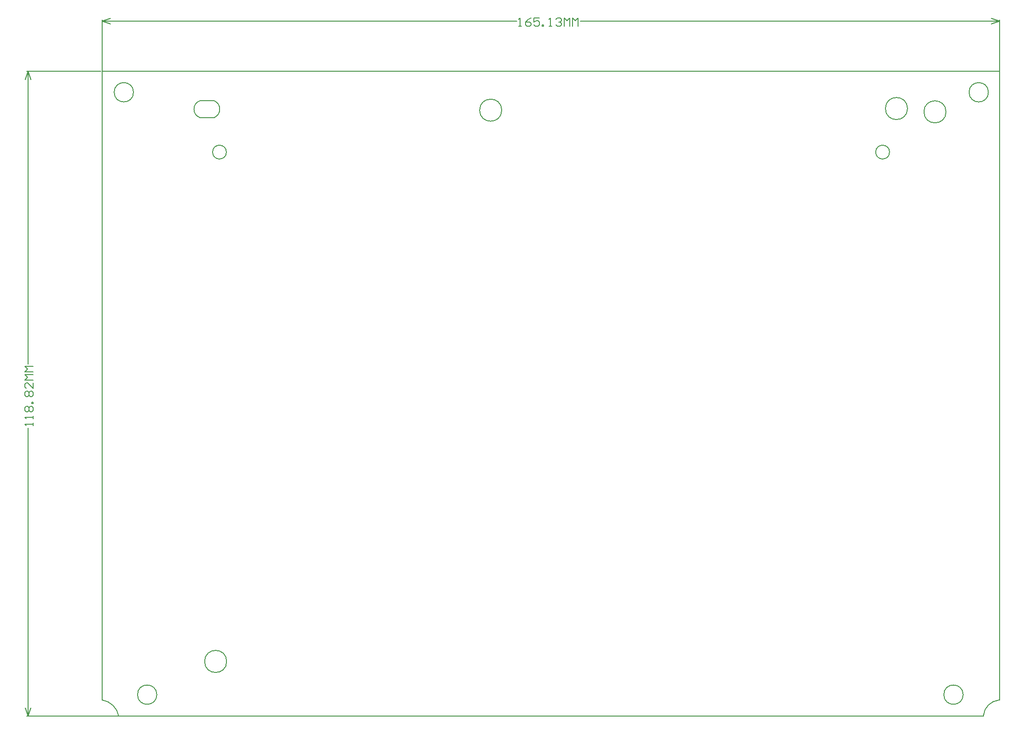
<source format=gko>
%FSLAX25Y25*%
%MOIN*%
G70*
G01*
G75*
G04 Layer_Color=16711935*
%ADD10C,0.00800*%
%ADD11O,0.11000X0.01400*%
%ADD12O,0.01400X0.11000*%
%ADD13O,0.02500X0.07300*%
%ADD14O,0.02500X0.07000*%
%ADD15O,0.07000X0.02300*%
%ADD16O,0.04500X0.01200*%
%ADD17O,0.07000X0.02500*%
G04:AMPARAMS|DCode=18|XSize=70mil|YSize=100mil|CornerRadius=17.5mil|HoleSize=0mil|Usage=FLASHONLY|Rotation=90.000|XOffset=0mil|YOffset=0mil|HoleType=Round|Shape=RoundedRectangle|*
%AMROUNDEDRECTD18*
21,1,0.07000,0.06500,0,0,90.0*
21,1,0.03500,0.10000,0,0,90.0*
1,1,0.03500,0.03250,0.01750*
1,1,0.03500,0.03250,-0.01750*
1,1,0.03500,-0.03250,-0.01750*
1,1,0.03500,-0.03250,0.01750*
%
%ADD18ROUNDEDRECTD18*%
%ADD19O,0.07000X0.01400*%
%ADD20R,0.28000X0.35000*%
G04:AMPARAMS|DCode=21|XSize=70mil|YSize=165mil|CornerRadius=0mil|HoleSize=0mil|Usage=FLASHONLY|Rotation=90.000|XOffset=0mil|YOffset=0mil|HoleType=Round|Shape=Octagon|*
%AMOCTAGOND21*
4,1,8,-0.08250,-0.01750,-0.08250,0.01750,-0.06500,0.03500,0.06500,0.03500,0.08250,0.01750,0.08250,-0.01750,0.06500,-0.03500,-0.06500,-0.03500,-0.08250,-0.01750,0.0*
%
%ADD21OCTAGOND21*%

G04:AMPARAMS|DCode=22|XSize=60mil|YSize=385mil|CornerRadius=0mil|HoleSize=0mil|Usage=FLASHONLY|Rotation=180.000|XOffset=0mil|YOffset=0mil|HoleType=Round|Shape=Octagon|*
%AMOCTAGOND22*
4,1,8,0.01500,-0.19250,-0.01500,-0.19250,-0.03000,-0.17750,-0.03000,0.17750,-0.01500,0.19250,0.01500,0.19250,0.03000,0.17750,0.03000,-0.17750,0.01500,-0.19250,0.0*
%
%ADD22OCTAGOND22*%

G04:AMPARAMS|DCode=23|XSize=100mil|YSize=275mil|CornerRadius=25mil|HoleSize=0mil|Usage=FLASHONLY|Rotation=0.000|XOffset=0mil|YOffset=0mil|HoleType=Round|Shape=RoundedRectangle|*
%AMROUNDEDRECTD23*
21,1,0.10000,0.22500,0,0,0.0*
21,1,0.05000,0.27500,0,0,0.0*
1,1,0.05000,0.02500,-0.11250*
1,1,0.05000,-0.02500,-0.11250*
1,1,0.05000,-0.02500,0.11250*
1,1,0.05000,0.02500,0.11250*
%
%ADD23ROUNDEDRECTD23*%
%ADD24C,0.17000*%
G04:AMPARAMS|DCode=25|XSize=150mil|YSize=115mil|CornerRadius=28.75mil|HoleSize=0mil|Usage=FLASHONLY|Rotation=270.000|XOffset=0mil|YOffset=0mil|HoleType=Round|Shape=RoundedRectangle|*
%AMROUNDEDRECTD25*
21,1,0.15000,0.05750,0,0,270.0*
21,1,0.09250,0.11500,0,0,270.0*
1,1,0.05750,-0.02875,-0.04625*
1,1,0.05750,-0.02875,0.04625*
1,1,0.05750,0.02875,0.04625*
1,1,0.05750,0.02875,-0.04625*
%
%ADD25ROUNDEDRECTD25*%
G04:AMPARAMS|DCode=26|XSize=150mil|YSize=110mil|CornerRadius=27.5mil|HoleSize=0mil|Usage=FLASHONLY|Rotation=0.000|XOffset=0mil|YOffset=0mil|HoleType=Round|Shape=RoundedRectangle|*
%AMROUNDEDRECTD26*
21,1,0.15000,0.05500,0,0,0.0*
21,1,0.09500,0.11000,0,0,0.0*
1,1,0.05500,0.04750,-0.02750*
1,1,0.05500,-0.04750,-0.02750*
1,1,0.05500,-0.04750,0.02750*
1,1,0.05500,0.04750,0.02750*
%
%ADD26ROUNDEDRECTD26*%
G04:AMPARAMS|DCode=27|XSize=170mil|YSize=88mil|CornerRadius=22mil|HoleSize=0mil|Usage=FLASHONLY|Rotation=180.000|XOffset=0mil|YOffset=0mil|HoleType=Round|Shape=RoundedRectangle|*
%AMROUNDEDRECTD27*
21,1,0.17000,0.04400,0,0,180.0*
21,1,0.12600,0.08800,0,0,180.0*
1,1,0.04400,-0.06300,0.02200*
1,1,0.04400,0.06300,0.02200*
1,1,0.04400,0.06300,-0.02200*
1,1,0.04400,-0.06300,-0.02200*
%
%ADD27ROUNDEDRECTD27*%
G04:AMPARAMS|DCode=28|XSize=60mil|YSize=90mil|CornerRadius=15mil|HoleSize=0mil|Usage=FLASHONLY|Rotation=270.000|XOffset=0mil|YOffset=0mil|HoleType=Round|Shape=RoundedRectangle|*
%AMROUNDEDRECTD28*
21,1,0.06000,0.06000,0,0,270.0*
21,1,0.03000,0.09000,0,0,270.0*
1,1,0.03000,-0.03000,-0.01500*
1,1,0.03000,-0.03000,0.01500*
1,1,0.03000,0.03000,0.01500*
1,1,0.03000,0.03000,-0.01500*
%
%ADD28ROUNDEDRECTD28*%
G04:AMPARAMS|DCode=29|XSize=40mil|YSize=65mil|CornerRadius=10mil|HoleSize=0mil|Usage=FLASHONLY|Rotation=90.000|XOffset=0mil|YOffset=0mil|HoleType=Round|Shape=RoundedRectangle|*
%AMROUNDEDRECTD29*
21,1,0.04000,0.04500,0,0,90.0*
21,1,0.02000,0.06500,0,0,90.0*
1,1,0.02000,0.02250,0.01000*
1,1,0.02000,0.02250,-0.01000*
1,1,0.02000,-0.02250,-0.01000*
1,1,0.02000,-0.02250,0.01000*
%
%ADD29ROUNDEDRECTD29*%
G04:AMPARAMS|DCode=30|XSize=85mil|YSize=85mil|CornerRadius=21.25mil|HoleSize=0mil|Usage=FLASHONLY|Rotation=0.000|XOffset=0mil|YOffset=0mil|HoleType=Round|Shape=RoundedRectangle|*
%AMROUNDEDRECTD30*
21,1,0.08500,0.04250,0,0,0.0*
21,1,0.04250,0.08500,0,0,0.0*
1,1,0.04250,0.02125,-0.02125*
1,1,0.04250,-0.02125,-0.02125*
1,1,0.04250,-0.02125,0.02125*
1,1,0.04250,0.02125,0.02125*
%
%ADD30ROUNDEDRECTD30*%
G04:AMPARAMS|DCode=31|XSize=145mil|YSize=50mil|CornerRadius=0mil|HoleSize=0mil|Usage=FLASHONLY|Rotation=180.000|XOffset=0mil|YOffset=0mil|HoleType=Round|Shape=Octagon|*
%AMOCTAGOND31*
4,1,8,-0.07250,0.01250,-0.07250,-0.01250,-0.06000,-0.02500,0.06000,-0.02500,0.07250,-0.01250,0.07250,0.01250,0.06000,0.02500,-0.06000,0.02500,-0.07250,0.01250,0.0*
%
%ADD31OCTAGOND31*%

G04:AMPARAMS|DCode=32|XSize=115mil|YSize=50mil|CornerRadius=0mil|HoleSize=0mil|Usage=FLASHONLY|Rotation=180.000|XOffset=0mil|YOffset=0mil|HoleType=Round|Shape=Octagon|*
%AMOCTAGOND32*
4,1,8,-0.05750,0.01250,-0.05750,-0.01250,-0.04500,-0.02500,0.04500,-0.02500,0.05750,-0.01250,0.05750,0.01250,0.04500,0.02500,-0.04500,0.02500,-0.05750,0.01250,0.0*
%
%ADD32OCTAGOND32*%

%ADD33O,0.06000X0.05000*%
%ADD34O,0.05000X0.07000*%
%ADD35O,0.07000X0.05000*%
G04:AMPARAMS|DCode=36|XSize=145mil|YSize=50mil|CornerRadius=0mil|HoleSize=0mil|Usage=FLASHONLY|Rotation=270.000|XOffset=0mil|YOffset=0mil|HoleType=Round|Shape=Octagon|*
%AMOCTAGOND36*
4,1,8,-0.01250,-0.07250,0.01250,-0.07250,0.02500,-0.06000,0.02500,0.06000,0.01250,0.07250,-0.01250,0.07250,-0.02500,0.06000,-0.02500,-0.06000,-0.01250,-0.07250,0.0*
%
%ADD36OCTAGOND36*%

G04:AMPARAMS|DCode=37|XSize=115mil|YSize=50mil|CornerRadius=0mil|HoleSize=0mil|Usage=FLASHONLY|Rotation=270.000|XOffset=0mil|YOffset=0mil|HoleType=Round|Shape=Octagon|*
%AMOCTAGOND37*
4,1,8,-0.01250,-0.05750,0.01250,-0.05750,0.02500,-0.04500,0.02500,0.04500,0.01250,0.05750,-0.01250,0.05750,-0.02500,0.04500,-0.02500,-0.04500,-0.01250,-0.05750,0.0*
%
%ADD37OCTAGOND37*%

%ADD38O,0.05000X0.14000*%
G04:AMPARAMS|DCode=39|XSize=110mil|YSize=85mil|CornerRadius=21.25mil|HoleSize=0mil|Usage=FLASHONLY|Rotation=90.000|XOffset=0mil|YOffset=0mil|HoleType=Round|Shape=RoundedRectangle|*
%AMROUNDEDRECTD39*
21,1,0.11000,0.04250,0,0,90.0*
21,1,0.06750,0.08500,0,0,90.0*
1,1,0.04250,0.02125,0.03375*
1,1,0.04250,0.02125,-0.03375*
1,1,0.04250,-0.02125,-0.03375*
1,1,0.04250,-0.02125,0.03375*
%
%ADD39ROUNDEDRECTD39*%
G04:AMPARAMS|DCode=40|XSize=120mil|YSize=110mil|CornerRadius=27.5mil|HoleSize=0mil|Usage=FLASHONLY|Rotation=90.000|XOffset=0mil|YOffset=0mil|HoleType=Round|Shape=RoundedRectangle|*
%AMROUNDEDRECTD40*
21,1,0.12000,0.05500,0,0,90.0*
21,1,0.06500,0.11000,0,0,90.0*
1,1,0.05500,0.02750,0.03250*
1,1,0.05500,0.02750,-0.03250*
1,1,0.05500,-0.02750,-0.03250*
1,1,0.05500,-0.02750,0.03250*
%
%ADD40ROUNDEDRECTD40*%
G04:AMPARAMS|DCode=41|XSize=60mil|YSize=160mil|CornerRadius=15mil|HoleSize=0mil|Usage=FLASHONLY|Rotation=180.000|XOffset=0mil|YOffset=0mil|HoleType=Round|Shape=RoundedRectangle|*
%AMROUNDEDRECTD41*
21,1,0.06000,0.13000,0,0,180.0*
21,1,0.03000,0.16000,0,0,180.0*
1,1,0.03000,-0.01500,0.06500*
1,1,0.03000,0.01500,0.06500*
1,1,0.03000,0.01500,-0.06500*
1,1,0.03000,-0.01500,-0.06500*
%
%ADD41ROUNDEDRECTD41*%
G04:AMPARAMS|DCode=42|XSize=95mil|YSize=170mil|CornerRadius=23.75mil|HoleSize=0mil|Usage=FLASHONLY|Rotation=270.000|XOffset=0mil|YOffset=0mil|HoleType=Round|Shape=RoundedRectangle|*
%AMROUNDEDRECTD42*
21,1,0.09500,0.12250,0,0,270.0*
21,1,0.04750,0.17000,0,0,270.0*
1,1,0.04750,-0.06125,-0.02375*
1,1,0.04750,-0.06125,0.02375*
1,1,0.04750,0.06125,0.02375*
1,1,0.04750,0.06125,-0.02375*
%
%ADD42ROUNDEDRECTD42*%
G04:AMPARAMS|DCode=43|XSize=95mil|YSize=120mil|CornerRadius=23.75mil|HoleSize=0mil|Usage=FLASHONLY|Rotation=270.000|XOffset=0mil|YOffset=0mil|HoleType=Round|Shape=RoundedRectangle|*
%AMROUNDEDRECTD43*
21,1,0.09500,0.07250,0,0,270.0*
21,1,0.04750,0.12000,0,0,270.0*
1,1,0.04750,-0.03625,-0.02375*
1,1,0.04750,-0.03625,0.02375*
1,1,0.04750,0.03625,0.02375*
1,1,0.04750,0.03625,-0.02375*
%
%ADD43ROUNDEDRECTD43*%
G04:AMPARAMS|DCode=44|XSize=118mil|YSize=100mil|CornerRadius=25mil|HoleSize=0mil|Usage=FLASHONLY|Rotation=0.000|XOffset=0mil|YOffset=0mil|HoleType=Round|Shape=RoundedRectangle|*
%AMROUNDEDRECTD44*
21,1,0.11800,0.05000,0,0,0.0*
21,1,0.06800,0.10000,0,0,0.0*
1,1,0.05000,0.03400,-0.02500*
1,1,0.05000,-0.03400,-0.02500*
1,1,0.05000,-0.03400,0.02500*
1,1,0.05000,0.03400,0.02500*
%
%ADD44ROUNDEDRECTD44*%
G04:AMPARAMS|DCode=45|XSize=85mil|YSize=85mil|CornerRadius=21.25mil|HoleSize=0mil|Usage=FLASHONLY|Rotation=270.000|XOffset=0mil|YOffset=0mil|HoleType=Round|Shape=RoundedRectangle|*
%AMROUNDEDRECTD45*
21,1,0.08500,0.04250,0,0,270.0*
21,1,0.04250,0.08500,0,0,270.0*
1,1,0.04250,-0.02125,-0.02125*
1,1,0.04250,-0.02125,0.02125*
1,1,0.04250,0.02125,0.02125*
1,1,0.04250,0.02125,-0.02125*
%
%ADD45ROUNDEDRECTD45*%
G04:AMPARAMS|DCode=46|XSize=45mil|YSize=60mil|CornerRadius=11.25mil|HoleSize=0mil|Usage=FLASHONLY|Rotation=90.000|XOffset=0mil|YOffset=0mil|HoleType=Round|Shape=RoundedRectangle|*
%AMROUNDEDRECTD46*
21,1,0.04500,0.03750,0,0,90.0*
21,1,0.02250,0.06000,0,0,90.0*
1,1,0.02250,0.01875,0.01125*
1,1,0.02250,0.01875,-0.01125*
1,1,0.02250,-0.01875,-0.01125*
1,1,0.02250,-0.01875,0.01125*
%
%ADD46ROUNDEDRECTD46*%
G04:AMPARAMS|DCode=47|XSize=40mil|YSize=60mil|CornerRadius=10mil|HoleSize=0mil|Usage=FLASHONLY|Rotation=90.000|XOffset=0mil|YOffset=0mil|HoleType=Round|Shape=RoundedRectangle|*
%AMROUNDEDRECTD47*
21,1,0.04000,0.04000,0,0,90.0*
21,1,0.02000,0.06000,0,0,90.0*
1,1,0.02000,0.02000,0.01000*
1,1,0.02000,0.02000,-0.01000*
1,1,0.02000,-0.02000,-0.01000*
1,1,0.02000,-0.02000,0.01000*
%
%ADD47ROUNDEDRECTD47*%
G04:AMPARAMS|DCode=48|XSize=40mil|YSize=33mil|CornerRadius=8.25mil|HoleSize=0mil|Usage=FLASHONLY|Rotation=180.000|XOffset=0mil|YOffset=0mil|HoleType=Round|Shape=RoundedRectangle|*
%AMROUNDEDRECTD48*
21,1,0.04000,0.01650,0,0,180.0*
21,1,0.02350,0.03300,0,0,180.0*
1,1,0.01650,-0.01175,0.00825*
1,1,0.01650,0.01175,0.00825*
1,1,0.01650,0.01175,-0.00825*
1,1,0.01650,-0.01175,-0.00825*
%
%ADD48ROUNDEDRECTD48*%
G04:AMPARAMS|DCode=49|XSize=40mil|YSize=33mil|CornerRadius=8.25mil|HoleSize=0mil|Usage=FLASHONLY|Rotation=270.000|XOffset=0mil|YOffset=0mil|HoleType=Round|Shape=RoundedRectangle|*
%AMROUNDEDRECTD49*
21,1,0.04000,0.01650,0,0,270.0*
21,1,0.02350,0.03300,0,0,270.0*
1,1,0.01650,-0.00825,-0.01175*
1,1,0.01650,-0.00825,0.01175*
1,1,0.01650,0.00825,0.01175*
1,1,0.01650,0.00825,-0.01175*
%
%ADD49ROUNDEDRECTD49*%
G04:AMPARAMS|DCode=50|XSize=40mil|YSize=60mil|CornerRadius=10mil|HoleSize=0mil|Usage=FLASHONLY|Rotation=180.000|XOffset=0mil|YOffset=0mil|HoleType=Round|Shape=RoundedRectangle|*
%AMROUNDEDRECTD50*
21,1,0.04000,0.04000,0,0,180.0*
21,1,0.02000,0.06000,0,0,180.0*
1,1,0.02000,-0.01000,0.02000*
1,1,0.02000,0.01000,0.02000*
1,1,0.02000,0.01000,-0.02000*
1,1,0.02000,-0.01000,-0.02000*
%
%ADD50ROUNDEDRECTD50*%
%ADD51O,0.05000X0.06000*%
G04:AMPARAMS|DCode=52|XSize=40mil|YSize=65mil|CornerRadius=10mil|HoleSize=0mil|Usage=FLASHONLY|Rotation=180.000|XOffset=0mil|YOffset=0mil|HoleType=Round|Shape=RoundedRectangle|*
%AMROUNDEDRECTD52*
21,1,0.04000,0.04500,0,0,180.0*
21,1,0.02000,0.06500,0,0,180.0*
1,1,0.02000,-0.01000,0.02250*
1,1,0.02000,0.01000,0.02250*
1,1,0.02000,0.01000,-0.02250*
1,1,0.02000,-0.01000,-0.02250*
%
%ADD52ROUNDEDRECTD52*%
G04:AMPARAMS|DCode=53|XSize=32mil|YSize=70mil|CornerRadius=8mil|HoleSize=0mil|Usage=FLASHONLY|Rotation=180.000|XOffset=0mil|YOffset=0mil|HoleType=Round|Shape=RoundedRectangle|*
%AMROUNDEDRECTD53*
21,1,0.03200,0.05400,0,0,180.0*
21,1,0.01600,0.07000,0,0,180.0*
1,1,0.01600,-0.00800,0.02700*
1,1,0.01600,0.00800,0.02700*
1,1,0.01600,0.00800,-0.02700*
1,1,0.01600,-0.00800,-0.02700*
%
%ADD53ROUNDEDRECTD53*%
%ADD54R,0.12000X0.12000*%
%ADD55R,0.02500X0.11000*%
G04:AMPARAMS|DCode=56|XSize=32mil|YSize=70mil|CornerRadius=8mil|HoleSize=0mil|Usage=FLASHONLY|Rotation=90.000|XOffset=0mil|YOffset=0mil|HoleType=Round|Shape=RoundedRectangle|*
%AMROUNDEDRECTD56*
21,1,0.03200,0.05400,0,0,90.0*
21,1,0.01600,0.07000,0,0,90.0*
1,1,0.01600,0.02700,0.00800*
1,1,0.01600,0.02700,-0.00800*
1,1,0.01600,-0.02700,-0.00800*
1,1,0.01600,-0.02700,0.00800*
%
%ADD56ROUNDEDRECTD56*%
%ADD57R,0.12000X0.12000*%
%ADD58R,0.11000X0.02500*%
G04:AMPARAMS|DCode=59|XSize=45mil|YSize=60mil|CornerRadius=11.25mil|HoleSize=0mil|Usage=FLASHONLY|Rotation=180.000|XOffset=0mil|YOffset=0mil|HoleType=Round|Shape=RoundedRectangle|*
%AMROUNDEDRECTD59*
21,1,0.04500,0.03750,0,0,180.0*
21,1,0.02250,0.06000,0,0,180.0*
1,1,0.02250,-0.01125,0.01875*
1,1,0.02250,0.01125,0.01875*
1,1,0.02250,0.01125,-0.01875*
1,1,0.02250,-0.01125,-0.01875*
%
%ADD59ROUNDEDRECTD59*%
%ADD60C,0.04000*%
%ADD61C,0.00600*%
%ADD62C,0.01500*%
%ADD63C,0.01000*%
%ADD64C,0.03000*%
%ADD65C,0.03500*%
%ADD66C,0.01200*%
%ADD67C,0.01800*%
%ADD68C,0.02500*%
%ADD69C,0.02000*%
%ADD70C,0.04000*%
%ADD71R,0.10117X0.01478*%
%ADD72R,0.02833X0.14583*%
%ADD73R,0.08417X0.01750*%
%ADD74R,0.02958X0.12250*%
%ADD75R,0.06616X0.02983*%
%ADD76R,0.12250X0.02917*%
%ADD77R,0.20333X0.02917*%
%ADD78R,0.03000X0.18083*%
%ADD79R,0.12692X0.03483*%
%ADD80R,0.26983X0.29695*%
%ADD81R,0.19583X0.23917*%
%ADD82R,0.30500X0.29417*%
%ADD83R,0.23150X0.21600*%
%ADD84R,0.07259X0.15505*%
%ADD85R,0.15158X0.14500*%
%ADD86R,0.38667X0.24333*%
%ADD87R,0.72667X0.30671*%
%ADD88R,0.63500X0.25167*%
%ADD89R,0.24500X0.51667*%
%ADD90R,0.16167X0.11667*%
%ADD91R,0.66167X0.20500*%
%ADD92R,0.15833X4.09667*%
%ADD93R,0.18167X0.69000*%
%ADD94R,0.31833X0.11667*%
%ADD95R,5.41000X0.15167*%
%ADD96R,0.16667X0.18667*%
%ADD97R,0.17442X4.02738*%
%ADD98R,0.65000X0.04667*%
%ADD99R,5.49167X0.05667*%
%ADD100R,0.34500X0.15333*%
%ADD101R,0.13667X0.86667*%
%ADD102R,0.37667X0.14333*%
%ADD103R,0.33250X0.02167*%
%ADD104R,0.05333X0.28500*%
%ADD105R,0.12500X0.10000*%
%ADD106R,0.11100X0.12000*%
%ADD107R,0.25667X0.57667*%
%ADD108R,0.06333X0.57000*%
%ADD109R,0.03667X0.31500*%
%ADD110R,0.26500X0.52167*%
%ADD111R,0.08833X0.19667*%
%ADD112R,0.48917X0.25000*%
%ADD113R,0.12250X0.05667*%
%ADD114R,0.07083X0.03333*%
%ADD115R,0.02667X0.13405*%
%ADD116C,0.06000*%
%ADD117C,0.09500*%
%ADD118C,0.09500*%
%ADD119C,0.08000*%
%ADD120R,0.03354X0.02125*%
%ADD121R,0.03208X0.02813*%
%ADD122C,0.06500*%
%ADD123R,0.40583X0.25417*%
%ADD124R,0.16914X0.04080*%
%ADD125O,0.11800X0.02200*%
%ADD126O,0.02200X0.11800*%
%ADD127O,0.03300X0.08100*%
%ADD128O,0.03300X0.07800*%
%ADD129O,0.07800X0.03100*%
%ADD130O,0.05300X0.02000*%
%ADD131O,0.07800X0.03300*%
G04:AMPARAMS|DCode=132|XSize=78mil|YSize=108mil|CornerRadius=19.5mil|HoleSize=0mil|Usage=FLASHONLY|Rotation=90.000|XOffset=0mil|YOffset=0mil|HoleType=Round|Shape=RoundedRectangle|*
%AMROUNDEDRECTD132*
21,1,0.07800,0.06900,0,0,90.0*
21,1,0.03900,0.10800,0,0,90.0*
1,1,0.03900,0.03450,0.01950*
1,1,0.03900,0.03450,-0.01950*
1,1,0.03900,-0.03450,-0.01950*
1,1,0.03900,-0.03450,0.01950*
%
%ADD132ROUNDEDRECTD132*%
%ADD133O,0.07800X0.02200*%
%ADD134R,0.28800X0.35800*%
G04:AMPARAMS|DCode=135|XSize=78mil|YSize=173mil|CornerRadius=0mil|HoleSize=0mil|Usage=FLASHONLY|Rotation=90.000|XOffset=0mil|YOffset=0mil|HoleType=Round|Shape=Octagon|*
%AMOCTAGOND135*
4,1,8,-0.08650,-0.01950,-0.08650,0.01950,-0.06700,0.03900,0.06700,0.03900,0.08650,0.01950,0.08650,-0.01950,0.06700,-0.03900,-0.06700,-0.03900,-0.08650,-0.01950,0.0*
%
%ADD135OCTAGOND135*%

G04:AMPARAMS|DCode=136|XSize=68mil|YSize=393mil|CornerRadius=0mil|HoleSize=0mil|Usage=FLASHONLY|Rotation=180.000|XOffset=0mil|YOffset=0mil|HoleType=Round|Shape=Octagon|*
%AMOCTAGOND136*
4,1,8,0.01700,-0.19650,-0.01700,-0.19650,-0.03400,-0.17950,-0.03400,0.17950,-0.01700,0.19650,0.01700,0.19650,0.03400,0.17950,0.03400,-0.17950,0.01700,-0.19650,0.0*
%
%ADD136OCTAGOND136*%

G04:AMPARAMS|DCode=137|XSize=108mil|YSize=283mil|CornerRadius=27mil|HoleSize=0mil|Usage=FLASHONLY|Rotation=0.000|XOffset=0mil|YOffset=0mil|HoleType=Round|Shape=RoundedRectangle|*
%AMROUNDEDRECTD137*
21,1,0.10800,0.22900,0,0,0.0*
21,1,0.05400,0.28300,0,0,0.0*
1,1,0.05400,0.02700,-0.11450*
1,1,0.05400,-0.02700,-0.11450*
1,1,0.05400,-0.02700,0.11450*
1,1,0.05400,0.02700,0.11450*
%
%ADD137ROUNDEDRECTD137*%
%ADD138C,0.17800*%
G04:AMPARAMS|DCode=139|XSize=158mil|YSize=123mil|CornerRadius=30.75mil|HoleSize=0mil|Usage=FLASHONLY|Rotation=270.000|XOffset=0mil|YOffset=0mil|HoleType=Round|Shape=RoundedRectangle|*
%AMROUNDEDRECTD139*
21,1,0.15800,0.06150,0,0,270.0*
21,1,0.09650,0.12300,0,0,270.0*
1,1,0.06150,-0.03075,-0.04825*
1,1,0.06150,-0.03075,0.04825*
1,1,0.06150,0.03075,0.04825*
1,1,0.06150,0.03075,-0.04825*
%
%ADD139ROUNDEDRECTD139*%
G04:AMPARAMS|DCode=140|XSize=158mil|YSize=118mil|CornerRadius=29.5mil|HoleSize=0mil|Usage=FLASHONLY|Rotation=0.000|XOffset=0mil|YOffset=0mil|HoleType=Round|Shape=RoundedRectangle|*
%AMROUNDEDRECTD140*
21,1,0.15800,0.05900,0,0,0.0*
21,1,0.09900,0.11800,0,0,0.0*
1,1,0.05900,0.04950,-0.02950*
1,1,0.05900,-0.04950,-0.02950*
1,1,0.05900,-0.04950,0.02950*
1,1,0.05900,0.04950,0.02950*
%
%ADD140ROUNDEDRECTD140*%
G04:AMPARAMS|DCode=141|XSize=178mil|YSize=96mil|CornerRadius=24mil|HoleSize=0mil|Usage=FLASHONLY|Rotation=180.000|XOffset=0mil|YOffset=0mil|HoleType=Round|Shape=RoundedRectangle|*
%AMROUNDEDRECTD141*
21,1,0.17800,0.04800,0,0,180.0*
21,1,0.13000,0.09600,0,0,180.0*
1,1,0.04800,-0.06500,0.02400*
1,1,0.04800,0.06500,0.02400*
1,1,0.04800,0.06500,-0.02400*
1,1,0.04800,-0.06500,-0.02400*
%
%ADD141ROUNDEDRECTD141*%
G04:AMPARAMS|DCode=142|XSize=68mil|YSize=98mil|CornerRadius=17mil|HoleSize=0mil|Usage=FLASHONLY|Rotation=270.000|XOffset=0mil|YOffset=0mil|HoleType=Round|Shape=RoundedRectangle|*
%AMROUNDEDRECTD142*
21,1,0.06800,0.06400,0,0,270.0*
21,1,0.03400,0.09800,0,0,270.0*
1,1,0.03400,-0.03200,-0.01700*
1,1,0.03400,-0.03200,0.01700*
1,1,0.03400,0.03200,0.01700*
1,1,0.03400,0.03200,-0.01700*
%
%ADD142ROUNDEDRECTD142*%
G04:AMPARAMS|DCode=143|XSize=48mil|YSize=73mil|CornerRadius=12mil|HoleSize=0mil|Usage=FLASHONLY|Rotation=90.000|XOffset=0mil|YOffset=0mil|HoleType=Round|Shape=RoundedRectangle|*
%AMROUNDEDRECTD143*
21,1,0.04800,0.04900,0,0,90.0*
21,1,0.02400,0.07300,0,0,90.0*
1,1,0.02400,0.02450,0.01200*
1,1,0.02400,0.02450,-0.01200*
1,1,0.02400,-0.02450,-0.01200*
1,1,0.02400,-0.02450,0.01200*
%
%ADD143ROUNDEDRECTD143*%
G04:AMPARAMS|DCode=144|XSize=93mil|YSize=93mil|CornerRadius=23.25mil|HoleSize=0mil|Usage=FLASHONLY|Rotation=0.000|XOffset=0mil|YOffset=0mil|HoleType=Round|Shape=RoundedRectangle|*
%AMROUNDEDRECTD144*
21,1,0.09300,0.04650,0,0,0.0*
21,1,0.04650,0.09300,0,0,0.0*
1,1,0.04650,0.02325,-0.02325*
1,1,0.04650,-0.02325,-0.02325*
1,1,0.04650,-0.02325,0.02325*
1,1,0.04650,0.02325,0.02325*
%
%ADD144ROUNDEDRECTD144*%
G04:AMPARAMS|DCode=145|XSize=153mil|YSize=58mil|CornerRadius=0mil|HoleSize=0mil|Usage=FLASHONLY|Rotation=180.000|XOffset=0mil|YOffset=0mil|HoleType=Round|Shape=Octagon|*
%AMOCTAGOND145*
4,1,8,-0.07650,0.01450,-0.07650,-0.01450,-0.06200,-0.02900,0.06200,-0.02900,0.07650,-0.01450,0.07650,0.01450,0.06200,0.02900,-0.06200,0.02900,-0.07650,0.01450,0.0*
%
%ADD145OCTAGOND145*%

G04:AMPARAMS|DCode=146|XSize=123mil|YSize=58mil|CornerRadius=0mil|HoleSize=0mil|Usage=FLASHONLY|Rotation=180.000|XOffset=0mil|YOffset=0mil|HoleType=Round|Shape=Octagon|*
%AMOCTAGOND146*
4,1,8,-0.06150,0.01450,-0.06150,-0.01450,-0.04700,-0.02900,0.04700,-0.02900,0.06150,-0.01450,0.06150,0.01450,0.04700,0.02900,-0.04700,0.02900,-0.06150,0.01450,0.0*
%
%ADD146OCTAGOND146*%

%ADD147O,0.06800X0.05800*%
%ADD148O,0.05800X0.07800*%
%ADD149O,0.07800X0.05800*%
G04:AMPARAMS|DCode=150|XSize=153mil|YSize=58mil|CornerRadius=0mil|HoleSize=0mil|Usage=FLASHONLY|Rotation=270.000|XOffset=0mil|YOffset=0mil|HoleType=Round|Shape=Octagon|*
%AMOCTAGOND150*
4,1,8,-0.01450,-0.07650,0.01450,-0.07650,0.02900,-0.06200,0.02900,0.06200,0.01450,0.07650,-0.01450,0.07650,-0.02900,0.06200,-0.02900,-0.06200,-0.01450,-0.07650,0.0*
%
%ADD150OCTAGOND150*%

G04:AMPARAMS|DCode=151|XSize=123mil|YSize=58mil|CornerRadius=0mil|HoleSize=0mil|Usage=FLASHONLY|Rotation=270.000|XOffset=0mil|YOffset=0mil|HoleType=Round|Shape=Octagon|*
%AMOCTAGOND151*
4,1,8,-0.01450,-0.06150,0.01450,-0.06150,0.02900,-0.04700,0.02900,0.04700,0.01450,0.06150,-0.01450,0.06150,-0.02900,0.04700,-0.02900,-0.04700,-0.01450,-0.06150,0.0*
%
%ADD151OCTAGOND151*%

%ADD152O,0.05800X0.14800*%
G04:AMPARAMS|DCode=153|XSize=118mil|YSize=93mil|CornerRadius=23.25mil|HoleSize=0mil|Usage=FLASHONLY|Rotation=90.000|XOffset=0mil|YOffset=0mil|HoleType=Round|Shape=RoundedRectangle|*
%AMROUNDEDRECTD153*
21,1,0.11800,0.04650,0,0,90.0*
21,1,0.07150,0.09300,0,0,90.0*
1,1,0.04650,0.02325,0.03575*
1,1,0.04650,0.02325,-0.03575*
1,1,0.04650,-0.02325,-0.03575*
1,1,0.04650,-0.02325,0.03575*
%
%ADD153ROUNDEDRECTD153*%
G04:AMPARAMS|DCode=154|XSize=128mil|YSize=118mil|CornerRadius=29.5mil|HoleSize=0mil|Usage=FLASHONLY|Rotation=90.000|XOffset=0mil|YOffset=0mil|HoleType=Round|Shape=RoundedRectangle|*
%AMROUNDEDRECTD154*
21,1,0.12800,0.05900,0,0,90.0*
21,1,0.06900,0.11800,0,0,90.0*
1,1,0.05900,0.02950,0.03450*
1,1,0.05900,0.02950,-0.03450*
1,1,0.05900,-0.02950,-0.03450*
1,1,0.05900,-0.02950,0.03450*
%
%ADD154ROUNDEDRECTD154*%
G04:AMPARAMS|DCode=155|XSize=68mil|YSize=168mil|CornerRadius=17mil|HoleSize=0mil|Usage=FLASHONLY|Rotation=180.000|XOffset=0mil|YOffset=0mil|HoleType=Round|Shape=RoundedRectangle|*
%AMROUNDEDRECTD155*
21,1,0.06800,0.13400,0,0,180.0*
21,1,0.03400,0.16800,0,0,180.0*
1,1,0.03400,-0.01700,0.06700*
1,1,0.03400,0.01700,0.06700*
1,1,0.03400,0.01700,-0.06700*
1,1,0.03400,-0.01700,-0.06700*
%
%ADD155ROUNDEDRECTD155*%
G04:AMPARAMS|DCode=156|XSize=103mil|YSize=178mil|CornerRadius=25.75mil|HoleSize=0mil|Usage=FLASHONLY|Rotation=270.000|XOffset=0mil|YOffset=0mil|HoleType=Round|Shape=RoundedRectangle|*
%AMROUNDEDRECTD156*
21,1,0.10300,0.12650,0,0,270.0*
21,1,0.05150,0.17800,0,0,270.0*
1,1,0.05150,-0.06325,-0.02575*
1,1,0.05150,-0.06325,0.02575*
1,1,0.05150,0.06325,0.02575*
1,1,0.05150,0.06325,-0.02575*
%
%ADD156ROUNDEDRECTD156*%
G04:AMPARAMS|DCode=157|XSize=103mil|YSize=128mil|CornerRadius=25.75mil|HoleSize=0mil|Usage=FLASHONLY|Rotation=270.000|XOffset=0mil|YOffset=0mil|HoleType=Round|Shape=RoundedRectangle|*
%AMROUNDEDRECTD157*
21,1,0.10300,0.07650,0,0,270.0*
21,1,0.05150,0.12800,0,0,270.0*
1,1,0.05150,-0.03825,-0.02575*
1,1,0.05150,-0.03825,0.02575*
1,1,0.05150,0.03825,0.02575*
1,1,0.05150,0.03825,-0.02575*
%
%ADD157ROUNDEDRECTD157*%
G04:AMPARAMS|DCode=158|XSize=126mil|YSize=108mil|CornerRadius=27mil|HoleSize=0mil|Usage=FLASHONLY|Rotation=0.000|XOffset=0mil|YOffset=0mil|HoleType=Round|Shape=RoundedRectangle|*
%AMROUNDEDRECTD158*
21,1,0.12600,0.05400,0,0,0.0*
21,1,0.07200,0.10800,0,0,0.0*
1,1,0.05400,0.03600,-0.02700*
1,1,0.05400,-0.03600,-0.02700*
1,1,0.05400,-0.03600,0.02700*
1,1,0.05400,0.03600,0.02700*
%
%ADD158ROUNDEDRECTD158*%
G04:AMPARAMS|DCode=159|XSize=93mil|YSize=93mil|CornerRadius=23.25mil|HoleSize=0mil|Usage=FLASHONLY|Rotation=270.000|XOffset=0mil|YOffset=0mil|HoleType=Round|Shape=RoundedRectangle|*
%AMROUNDEDRECTD159*
21,1,0.09300,0.04650,0,0,270.0*
21,1,0.04650,0.09300,0,0,270.0*
1,1,0.04650,-0.02325,-0.02325*
1,1,0.04650,-0.02325,0.02325*
1,1,0.04650,0.02325,0.02325*
1,1,0.04650,0.02325,-0.02325*
%
%ADD159ROUNDEDRECTD159*%
G04:AMPARAMS|DCode=160|XSize=53mil|YSize=68mil|CornerRadius=13.25mil|HoleSize=0mil|Usage=FLASHONLY|Rotation=90.000|XOffset=0mil|YOffset=0mil|HoleType=Round|Shape=RoundedRectangle|*
%AMROUNDEDRECTD160*
21,1,0.05300,0.04150,0,0,90.0*
21,1,0.02650,0.06800,0,0,90.0*
1,1,0.02650,0.02075,0.01325*
1,1,0.02650,0.02075,-0.01325*
1,1,0.02650,-0.02075,-0.01325*
1,1,0.02650,-0.02075,0.01325*
%
%ADD160ROUNDEDRECTD160*%
G04:AMPARAMS|DCode=161|XSize=48mil|YSize=68mil|CornerRadius=12mil|HoleSize=0mil|Usage=FLASHONLY|Rotation=90.000|XOffset=0mil|YOffset=0mil|HoleType=Round|Shape=RoundedRectangle|*
%AMROUNDEDRECTD161*
21,1,0.04800,0.04400,0,0,90.0*
21,1,0.02400,0.06800,0,0,90.0*
1,1,0.02400,0.02200,0.01200*
1,1,0.02400,0.02200,-0.01200*
1,1,0.02400,-0.02200,-0.01200*
1,1,0.02400,-0.02200,0.01200*
%
%ADD161ROUNDEDRECTD161*%
G04:AMPARAMS|DCode=162|XSize=48mil|YSize=41mil|CornerRadius=10.25mil|HoleSize=0mil|Usage=FLASHONLY|Rotation=180.000|XOffset=0mil|YOffset=0mil|HoleType=Round|Shape=RoundedRectangle|*
%AMROUNDEDRECTD162*
21,1,0.04800,0.02050,0,0,180.0*
21,1,0.02750,0.04100,0,0,180.0*
1,1,0.02050,-0.01375,0.01025*
1,1,0.02050,0.01375,0.01025*
1,1,0.02050,0.01375,-0.01025*
1,1,0.02050,-0.01375,-0.01025*
%
%ADD162ROUNDEDRECTD162*%
G04:AMPARAMS|DCode=163|XSize=48mil|YSize=41mil|CornerRadius=10.25mil|HoleSize=0mil|Usage=FLASHONLY|Rotation=270.000|XOffset=0mil|YOffset=0mil|HoleType=Round|Shape=RoundedRectangle|*
%AMROUNDEDRECTD163*
21,1,0.04800,0.02050,0,0,270.0*
21,1,0.02750,0.04100,0,0,270.0*
1,1,0.02050,-0.01025,-0.01375*
1,1,0.02050,-0.01025,0.01375*
1,1,0.02050,0.01025,0.01375*
1,1,0.02050,0.01025,-0.01375*
%
%ADD163ROUNDEDRECTD163*%
G04:AMPARAMS|DCode=164|XSize=48mil|YSize=68mil|CornerRadius=12mil|HoleSize=0mil|Usage=FLASHONLY|Rotation=180.000|XOffset=0mil|YOffset=0mil|HoleType=Round|Shape=RoundedRectangle|*
%AMROUNDEDRECTD164*
21,1,0.04800,0.04400,0,0,180.0*
21,1,0.02400,0.06800,0,0,180.0*
1,1,0.02400,-0.01200,0.02200*
1,1,0.02400,0.01200,0.02200*
1,1,0.02400,0.01200,-0.02200*
1,1,0.02400,-0.01200,-0.02200*
%
%ADD164ROUNDEDRECTD164*%
%ADD165O,0.05800X0.06800*%
G04:AMPARAMS|DCode=166|XSize=48mil|YSize=73mil|CornerRadius=12mil|HoleSize=0mil|Usage=FLASHONLY|Rotation=180.000|XOffset=0mil|YOffset=0mil|HoleType=Round|Shape=RoundedRectangle|*
%AMROUNDEDRECTD166*
21,1,0.04800,0.04900,0,0,180.0*
21,1,0.02400,0.07300,0,0,180.0*
1,1,0.02400,-0.01200,0.02450*
1,1,0.02400,0.01200,0.02450*
1,1,0.02400,0.01200,-0.02450*
1,1,0.02400,-0.01200,-0.02450*
%
%ADD166ROUNDEDRECTD166*%
G04:AMPARAMS|DCode=167|XSize=40mil|YSize=78mil|CornerRadius=10mil|HoleSize=0mil|Usage=FLASHONLY|Rotation=180.000|XOffset=0mil|YOffset=0mil|HoleType=Round|Shape=RoundedRectangle|*
%AMROUNDEDRECTD167*
21,1,0.04000,0.05800,0,0,180.0*
21,1,0.02000,0.07800,0,0,180.0*
1,1,0.02000,-0.01000,0.02900*
1,1,0.02000,0.01000,0.02900*
1,1,0.02000,0.01000,-0.02900*
1,1,0.02000,-0.01000,-0.02900*
%
%ADD167ROUNDEDRECTD167*%
%ADD168R,0.12800X0.12800*%
%ADD169R,0.03300X0.11800*%
G04:AMPARAMS|DCode=170|XSize=40mil|YSize=78mil|CornerRadius=10mil|HoleSize=0mil|Usage=FLASHONLY|Rotation=90.000|XOffset=0mil|YOffset=0mil|HoleType=Round|Shape=RoundedRectangle|*
%AMROUNDEDRECTD170*
21,1,0.04000,0.05800,0,0,90.0*
21,1,0.02000,0.07800,0,0,90.0*
1,1,0.02000,0.02900,0.01000*
1,1,0.02000,0.02900,-0.01000*
1,1,0.02000,-0.02900,-0.01000*
1,1,0.02000,-0.02900,0.01000*
%
%ADD170ROUNDEDRECTD170*%
%ADD171R,0.12800X0.12800*%
%ADD172R,0.11800X0.03300*%
G04:AMPARAMS|DCode=173|XSize=53mil|YSize=68mil|CornerRadius=13.25mil|HoleSize=0mil|Usage=FLASHONLY|Rotation=180.000|XOffset=0mil|YOffset=0mil|HoleType=Round|Shape=RoundedRectangle|*
%AMROUNDEDRECTD173*
21,1,0.05300,0.04150,0,0,180.0*
21,1,0.02650,0.06800,0,0,180.0*
1,1,0.02650,-0.01325,0.02075*
1,1,0.02650,0.01325,0.02075*
1,1,0.02650,0.01325,-0.02075*
1,1,0.02650,-0.01325,-0.02075*
%
%ADD173ROUNDEDRECTD173*%
%ADD174C,0.04800*%
%ADD175C,0.06800*%
%ADD176C,0.10300*%
%ADD177C,0.00500*%
D61*
X303057Y500301D02*
X305056D01*
X304057D01*
Y506299D01*
X303057Y505299D01*
X312054Y506299D02*
X310055Y505299D01*
X308055Y503300D01*
Y501301D01*
X309055Y500301D01*
X311054D01*
X312054Y501301D01*
Y502300D01*
X311054Y503300D01*
X308055D01*
X318052Y506299D02*
X314053D01*
Y503300D01*
X316053Y504300D01*
X317052D01*
X318052Y503300D01*
Y501301D01*
X317052Y500301D01*
X315053D01*
X314053Y501301D01*
X320052Y500301D02*
Y501301D01*
X321051D01*
Y500301D01*
X320052D01*
X325050D02*
X327049D01*
X326049D01*
Y506299D01*
X325050Y505299D01*
X330048D02*
X331048Y506299D01*
X333047D01*
X334047Y505299D01*
Y504300D01*
X333047Y503300D01*
X332048D01*
X333047D01*
X334047Y502300D01*
Y501301D01*
X333047Y500301D01*
X331048D01*
X330048Y501301D01*
X336046Y500301D02*
Y506299D01*
X338046Y504300D01*
X340045Y506299D01*
Y500301D01*
X342044D02*
Y506299D01*
X344044Y504300D01*
X346043Y506299D01*
Y500301D01*
X-48801Y210607D02*
Y212606D01*
Y211607D01*
X-54799D01*
X-53799Y210607D01*
X-48801Y215605D02*
Y217605D01*
Y216605D01*
X-54799D01*
X-53799Y215605D01*
Y220604D02*
X-54799Y221603D01*
Y223603D01*
X-53799Y224602D01*
X-52800D01*
X-51800Y223603D01*
X-50800Y224602D01*
X-49801D01*
X-48801Y223603D01*
Y221603D01*
X-49801Y220604D01*
X-50800D01*
X-51800Y221603D01*
X-52800Y220604D01*
X-53799D01*
X-51800Y221603D02*
Y223603D01*
X-48801Y226602D02*
X-49801D01*
Y227602D01*
X-48801D01*
Y226602D01*
X-53799Y231600D02*
X-54799Y232600D01*
Y234599D01*
X-53799Y235599D01*
X-52800D01*
X-51800Y234599D01*
X-50800Y235599D01*
X-49801D01*
X-48801Y234599D01*
Y232600D01*
X-49801Y231600D01*
X-50800D01*
X-51800Y232600D01*
X-52800Y231600D01*
X-53799D01*
X-51800Y232600D02*
Y234599D01*
X-48801Y241597D02*
Y237598D01*
X-52800Y241597D01*
X-53799D01*
X-54799Y240597D01*
Y238598D01*
X-53799Y237598D01*
X-48801Y243596D02*
X-54799D01*
X-52800Y245596D01*
X-54799Y247595D01*
X-48801D01*
Y249594D02*
X-54799D01*
X-52800Y251594D01*
X-54799Y253593D01*
X-48801D01*
D177*
X651200Y11579D02*
G03*
X639422Y-200I850J-12628D01*
G01*
X13200D02*
G03*
X1100Y11579I-14209J-2492D01*
G01*
X23916Y452300D02*
G03*
X23916Y452300I-7000J0D01*
G01*
X643116D02*
G03*
X643116Y452300I-7000J0D01*
G01*
X40816Y15400D02*
G03*
X40816Y15400I-7000J0D01*
G01*
X624816D02*
G03*
X624816Y15400I-7000J0D01*
G01*
X91419Y39500D02*
G03*
X91419Y39500I-8000J0D01*
G01*
X571500Y408900D02*
G03*
X571500Y408900I-5000J0D01*
G01*
X91200D02*
G03*
X91200Y408900I-5000J0D01*
G01*
X290619Y439300D02*
G03*
X290619Y439300I-8000J0D01*
G01*
X72000Y446100D02*
G03*
X72000Y434000I2106J-6050D01*
G01*
X82500D02*
G03*
X82500Y446100I-2742J6050D01*
G01*
X584519Y440500D02*
G03*
X584519Y440500I-8000J0D01*
G01*
X612419Y438100D02*
G03*
X612419Y438100I-8000J0D01*
G01*
X651200Y467600D02*
Y504900D01*
X1100Y467600D02*
Y504900D01*
X347643Y503900D02*
X651200D01*
X1100D02*
X301457D01*
X645200Y505900D02*
X651200Y503900D01*
X645200Y501900D02*
X651200Y503900D01*
X1100D02*
X7100Y501900D01*
X1100Y503900D02*
X7100Y505900D01*
X-53400Y-200D02*
X13200D01*
X-53400Y467600D02*
X100D01*
X-52400Y-200D02*
Y209007D01*
Y255193D02*
Y467600D01*
Y-200D02*
X-50400Y5800D01*
X-54400D02*
X-52400Y-200D01*
X-54400Y461600D02*
X-52400Y467600D01*
X-50400Y461600D01*
X1100Y467600D02*
X651200D01*
X13200Y-200D02*
X639422D01*
X651200Y11579D02*
Y467600D01*
X1100Y11579D02*
Y467600D01*
X72000Y446100D02*
X82500D01*
X72000Y434000D02*
X82500D01*
M02*

</source>
